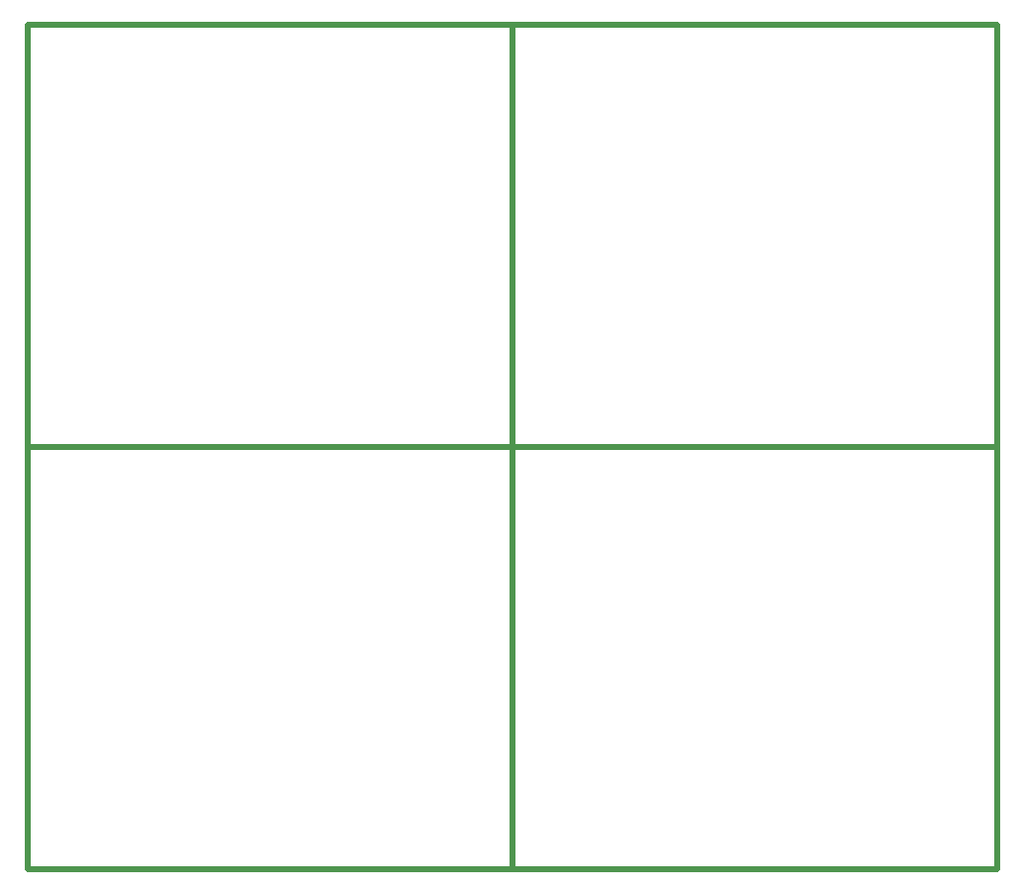
<source format=gm1>
G04 #@! TF.GenerationSoftware,KiCad,Pcbnew,5.99.0-unknown-6083c08~88~ubuntu18.04.1*
G04 #@! TF.CreationDate,2021-04-28T16:00:33+02:00*
G04 #@! TF.ProjectId,vwcdpic_with_BT_panel,76776364-7069-4635-9f77-6974685f4254,rev?*
G04 #@! TF.SameCoordinates,Original*
G04 #@! TF.FileFunction,Profile,NP*
%FSLAX46Y46*%
G04 Gerber Fmt 4.6, Leading zero omitted, Abs format (unit mm)*
G04 Created by KiCad (PCBNEW 5.99.0-unknown-6083c08~88~ubuntu18.04.1) date 2021-04-28 16:00:33*
%MOMM*%
%LPD*%
G01*
G04 APERTURE LIST*
G04 #@! TA.AperFunction,Profile*
%ADD10C,0.500000*%
G04 #@! TD*
G04 APERTURE END LIST*
D10*
X134366000Y-104648000D02*
X134366000Y-140716000D01*
X175768000Y-104648000D02*
X134366000Y-104648000D01*
X134366000Y-140716000D02*
X175768000Y-140716000D01*
X175768000Y-140716000D02*
X175768000Y-104648000D01*
X92964000Y-104648000D02*
X92964000Y-140716000D01*
X134366000Y-104648000D02*
X92964000Y-104648000D01*
X92964000Y-140716000D02*
X134366000Y-140716000D01*
X134366000Y-140716000D02*
X134366000Y-104648000D01*
X134366000Y-68580000D02*
X134366000Y-104648000D01*
X175768000Y-68580000D02*
X134366000Y-68580000D01*
X134366000Y-104648000D02*
X175768000Y-104648000D01*
X175768000Y-104648000D02*
X175768000Y-68580000D01*
X134366000Y-104648000D02*
X134366000Y-68580000D01*
X92964000Y-104648000D02*
X134366000Y-104648000D01*
X92964000Y-68580000D02*
X92964000Y-104648000D01*
X134366000Y-68580000D02*
X92964000Y-68580000D01*
M02*

</source>
